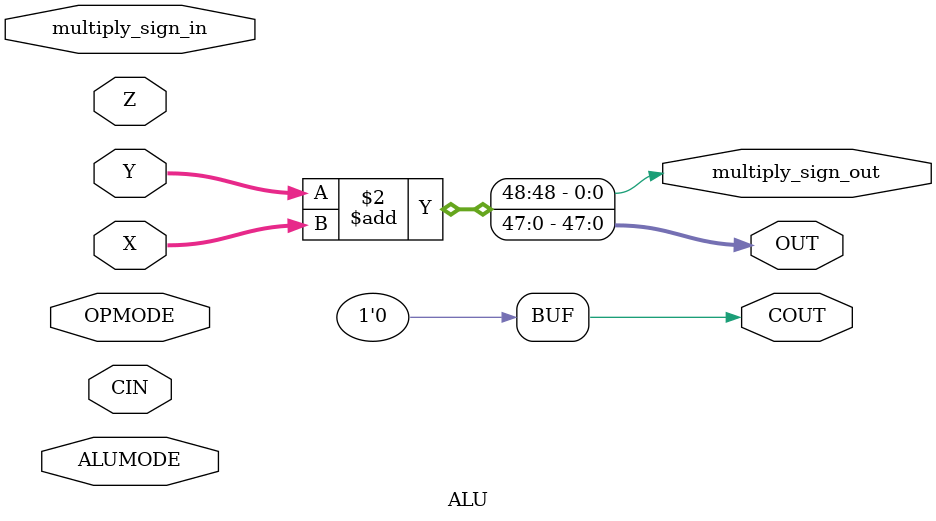
<source format=v>
module ALU #(parameter WIDTH=48, parameter USE_MULT_ATTR= "multiply")(
	input wire [6:0]  OPMODE,
	input wire [3:0]  ALUMODE,
	input wire [WIDTH-1:0] X,Y,Z,
	input wire        CIN,multiply_sign_in,
	output reg [WIDTH-1:0] OUT,
	output reg	  COUT,multiply_sign_out
);

localparam NONE= "none";
localparam USE_MULT= "multiply"; 

always @(*)
begin
if(USE_MULT_ATTR==USE_MULT)
begin
 {multiply_sign_out,OUT}=  Y + X;
COUT=0;
	
end
else
begin
	multiply_sign_out=0;
	case (ALUMODE)
	'b0000: {COUT,OUT}=  Z + X + Y + CIN;
	'b0001: {COUT,OUT}= (~Z) + X + Y + CIN;
	'b0010: {COUT,OUT}= ~ (Z + X + Y + CIN) ;	
	'b0011: {COUT,OUT}= Z - (X + Y + CIN);
	'b0100: begin
			COUT=0;
			if(OPMODE[3:2]=='b00)
			begin
			OUT= X ^ Z;
			end
			else if(OPMODE[3:2]=='b10)
			begin
			OUT=~( X ^ Z);
			end
			else 
			begin
			OUT='b0;
			end

		end
	'b0101: begin
			COUT=0;
			if(OPMODE[3:2]=='b00)
			begin
			OUT= ~( X ^ Z);
			end
			else if(OPMODE[3:2]=='b10)
			begin
			OUT=( X ^ Z);
			end
			else 
			begin
			OUT='b0;
			end
		end
	'b0110: begin
			COUT=0;
			if(OPMODE[3:2]=='b00)
			begin
			OUT= ~( X ^ Z);
			end
			else if(OPMODE[3:2]=='b10)
			begin
			OUT=( X ^ Z);
			end
			else 
			begin
			OUT='b0;
			end
		end
	'b0111: begin
			COUT=0;
			if(OPMODE[3:2]=='b00)
			begin
			OUT= ( X ^ Z);
			end
			else if(OPMODE[3:2]=='b10)
			begin
			OUT=~( X ^ Z);
			end
			else 
			begin
			OUT='b0;
			end
		end
	'b1000: begin
			COUT=0;
			OUT='b0;
		end
	'b1001: begin
			COUT=0;
			OUT='b0;
		end
	'b1010: begin
			COUT=0;
			OUT='b0;
		end
	'b1011: begin
			COUT=0;
			OUT=0;
		end
	'b1100: begin
			COUT=0;
			if(OPMODE[3:2]=='b00)
			begin
			OUT= X & Z;
			end
			else if(OPMODE[3:2]=='b10)
			begin
			OUT=X |Z ;
			end
			else 
			begin
			OUT='b0;
			end
		end
	'b1101: begin
			COUT=0;
			if(OPMODE[3:2]=='b00)
			begin
			OUT= X &( ~Z);
			end
			else if(OPMODE[3:2]=='b10)
			begin
			OUT=X |(~ Z) ;
			end
			else 
			begin
			OUT='b0;
			end
		end
	'b1110: begin
			COUT=0;
			if(OPMODE[3:2]=='b00)
			begin
			OUT= ~ (X & Z);
			end
			else if(OPMODE[3:2]=='b10)
			begin
			OUT=~ (X | Z );
			end
			else 
			begin
			OUT='b0;
			end
		end
	'b1111: begin
			COUT=0;
			if(OPMODE[3:2]=='b00)
			begin
			OUT= (~ X) | Z;
			end
			else if(OPMODE[3:2]=='b10)
			begin
			OUT=(~ X) & Z ;
			end
			else 
			begin
			OUT='b0;
			end
		end
	default: begin
		COUT=0;
		OUT ='b0;
		end
	endcase

end
end

endmodule 

</source>
